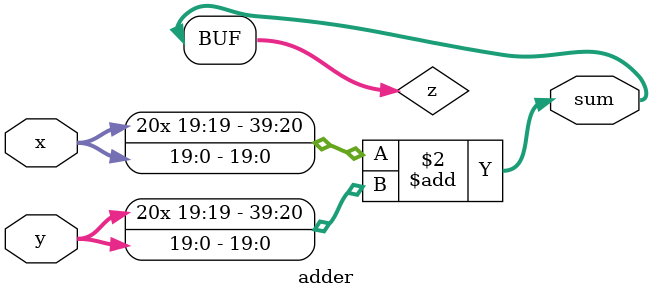
<source format=v>
module adder (
input [19:0]x,
input[19:0]y,
output [39:0]sum);
reg [39:0] z;
always@(*)begin
z<=$signed(x)+$signed(y);
end
assign sum[39:0]=z[39:0];
endmodule

</source>
